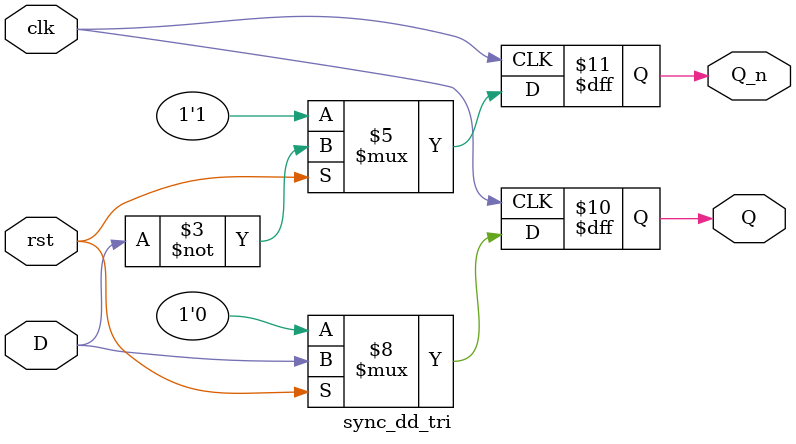
<source format=v>
`timescale 1ns / 1ps


module sync_dd_tri(
	input clk,
	input rst,
	input D,
	output reg Q,
	output reg Q_n
    );
	
	always @(posedge clk) begin 
		if(!rst) begin 
			Q = 0;
			Q_n = 1;
		end else begin 
			Q = D;
			Q_n = ~D;
		end
	end
	
endmodule

</source>
